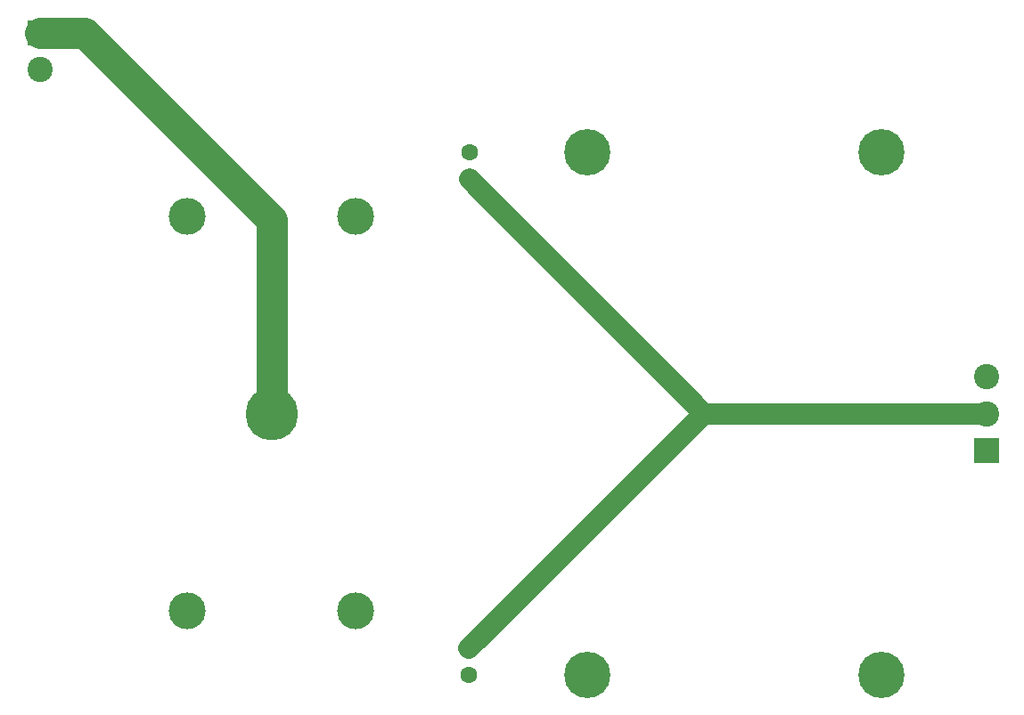
<source format=gbl>
G04 #@! TF.GenerationSoftware,KiCad,Pcbnew,(5.1.10-1-10_14)*
G04 #@! TF.CreationDate,2021-09-10T00:01:11+12:00*
G04 #@! TF.ProjectId,filter,66696c74-6572-42e6-9b69-6361645f7063,rev?*
G04 #@! TF.SameCoordinates,Original*
G04 #@! TF.FileFunction,Copper,L2,Bot*
G04 #@! TF.FilePolarity,Positive*
%FSLAX46Y46*%
G04 Gerber Fmt 4.6, Leading zero omitted, Abs format (unit mm)*
G04 Created by KiCad (PCBNEW (5.1.10-1-10_14)) date 2021-09-10 00:01:11*
%MOMM*%
%LPD*%
G01*
G04 APERTURE LIST*
G04 #@! TA.AperFunction,ComponentPad*
%ADD10C,5.000000*%
G04 #@! TD*
G04 #@! TA.AperFunction,ComponentPad*
%ADD11C,3.500000*%
G04 #@! TD*
G04 #@! TA.AperFunction,ComponentPad*
%ADD12C,1.600000*%
G04 #@! TD*
G04 #@! TA.AperFunction,ComponentPad*
%ADD13C,2.400000*%
G04 #@! TD*
G04 #@! TA.AperFunction,ComponentPad*
%ADD14R,2.400000X2.400000*%
G04 #@! TD*
G04 #@! TA.AperFunction,ComponentPad*
%ADD15C,4.400000*%
G04 #@! TD*
G04 #@! TA.AperFunction,Conductor*
%ADD16C,3.000000*%
G04 #@! TD*
G04 #@! TA.AperFunction,Conductor*
%ADD17C,2.000000*%
G04 #@! TD*
G04 APERTURE END LIST*
D10*
X128574800Y-102933500D03*
D11*
X136574800Y-84183500D03*
X120574800Y-84183500D03*
X120574800Y-121683500D03*
X136574800Y-121683500D03*
D12*
X147320000Y-125262000D03*
X147320000Y-127762000D03*
X147370800Y-78105000D03*
X147370800Y-80605000D03*
D13*
X106603800Y-70225800D03*
D14*
X106603800Y-66725800D03*
D15*
X158597600Y-127762000D03*
X186537600Y-127762000D03*
X158597600Y-78105000D03*
X186537600Y-78105000D03*
D14*
X196545200Y-106433500D03*
D13*
X196545200Y-102933500D03*
X196545200Y-99433500D03*
D16*
X128574800Y-84496800D02*
X128574800Y-102933500D01*
X110803800Y-66725800D02*
X128574800Y-84496800D01*
X106603800Y-66725800D02*
X110803800Y-66725800D01*
D17*
X169699300Y-102933500D02*
X147370800Y-80605000D01*
X196545200Y-102933500D02*
X169699300Y-102933500D01*
X169648500Y-102933500D02*
X147320000Y-125262000D01*
X196545200Y-102933500D02*
X169648500Y-102933500D01*
M02*

</source>
